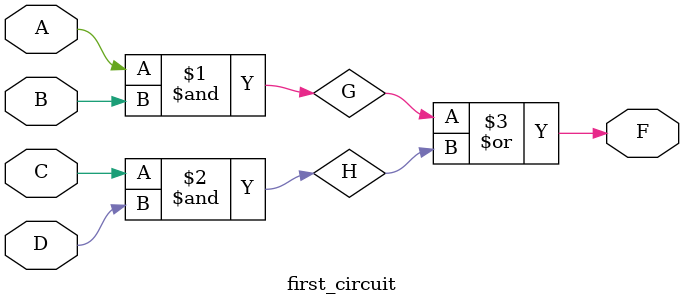
<source format=v>

module first_circuit(F, A, B, C, D);
output F;
input A, B, C, D;
wire G, H;

and C1(G, A, B);
and C2(H, C, D);
or C3(F, G, H);
endmodule
/*
module first_circuit(F, In);
output F;
input [3:0] In;
wire [1:0] W;

and C1(W[0], In[0], In[1]);
and C2(W[1], In[2], In[3]);
or C3(F, W[0], W[1]);
endmodule;
*/
</source>
